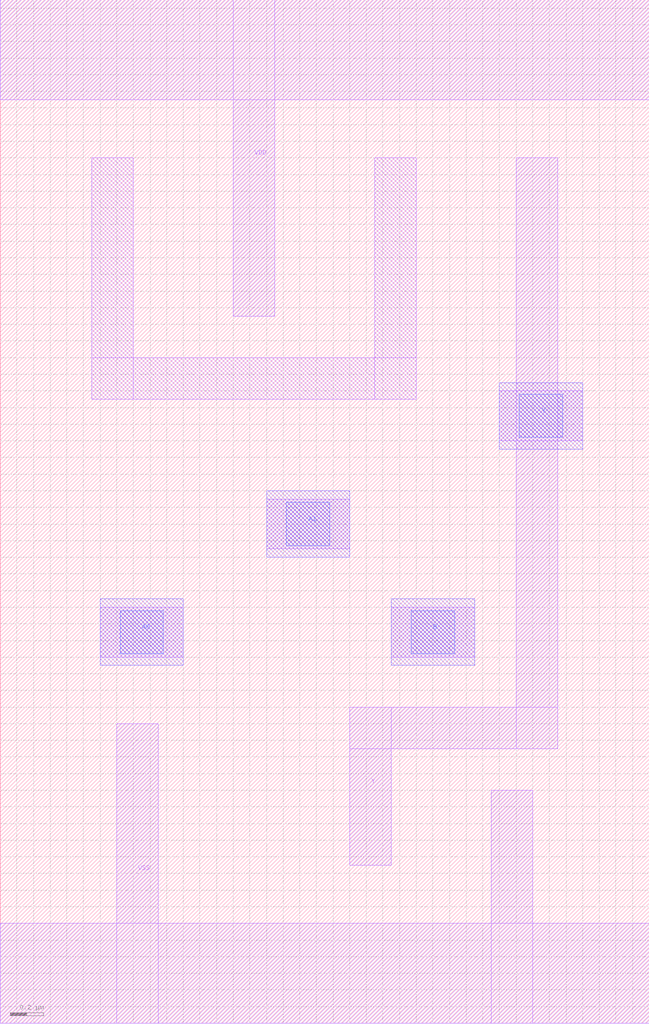
<source format=lef>
# Copyright 2022 Google LLC
# Licensed under the Apache License, Version 2.0 (the "License");
# you may not use this file except in compliance with the License.
# You may obtain a copy of the License at
#
#      http://www.apache.org/licenses/LICENSE-2.0
#
# Unless required by applicable law or agreed to in writing, software
# distributed under the License is distributed on an "AS IS" BASIS,
# WITHOUT WARRANTIES OR CONDITIONS OF ANY KIND, either express or implied.
# See the License for the specific language governing permissions and
# limitations under the License.
VERSION 5.7 ;
BUSBITCHARS "[]" ;
DIVIDERCHAR "/" ;

MACRO gf180mcu_osu_sc_gp9t3v3__aoi21_1
  CLASS CORE ;
  ORIGIN 0 0 ;
  FOREIGN gf180mcu_osu_sc_gp9t3v3__aoi21_1 0 0 ;
  SIZE 3.9 BY 6.15 ;
  SYMMETRY X Y ;
  SITE GF180_3p3_12t ;
  PIN VDD
    DIRECTION INOUT ;
    USE POWER ;
    SHAPE ABUTMENT ;
    PORT
      LAYER MET1 ;
        RECT 0 5.55 3.9 6.15 ;
        RECT 1.4 4.25 1.65 6.15 ;
    END
  END VDD
  PIN VSS
    DIRECTION INOUT ;
    USE GROUND ;
    PORT
      LAYER MET1 ;
        RECT 0 0 3.9 0.6 ;
        RECT 2.95 0 3.2 1.4 ;
        RECT 0.7 0 0.95 1.8 ;
    END
  END VSS
  PIN A0
    DIRECTION INPUT ;
    USE SIGNAL ;
    PORT
      LAYER MET1 ;
        RECT 0.6 2.2 1.1 2.5 ;
      LAYER MET2 ;
        RECT 0.6 2.15 1.1 2.55 ;
      LAYER VIA12 ;
        RECT 0.72 2.22 0.98 2.48 ;
    END
  END A0
  PIN A1
    DIRECTION INPUT ;
    USE SIGNAL ;
    PORT
      LAYER MET1 ;
        RECT 1.6 2.85 2.1 3.15 ;
      LAYER MET2 ;
        RECT 1.6 2.8 2.1 3.2 ;
      LAYER VIA12 ;
        RECT 1.72 2.87 1.98 3.13 ;
    END
  END A1
  PIN B
    DIRECTION INPUT ;
    USE SIGNAL ;
    PORT
      LAYER MET1 ;
        RECT 2.35 2.2 2.85 2.5 ;
      LAYER MET2 ;
        RECT 2.35 2.15 2.85 2.55 ;
      LAYER VIA12 ;
        RECT 2.47 2.22 2.73 2.48 ;
    END
  END B
  PIN Y
    DIRECTION OUTPUT ;
    USE SIGNAL ;
    PORT
      LAYER MET1 ;
        RECT 3 3.5 3.5 3.8 ;
        RECT 3.1 1.65 3.35 5.2 ;
        RECT 2.1 1.65 3.35 1.9 ;
        RECT 2.1 0.95 2.35 1.9 ;
      LAYER MET2 ;
        RECT 3 3.45 3.5 3.85 ;
      LAYER VIA12 ;
        RECT 3.12 3.52 3.38 3.78 ;
    END
  END Y
  OBS
    LAYER MET1 ;
      RECT 2.25 3.75 2.5 5.2 ;
      RECT 0.55 3.75 0.8 5.2 ;
      RECT 0.55 3.75 2.5 4 ;
  END
END gf180mcu_osu_sc_gp9t3v3__aoi21_1

</source>
